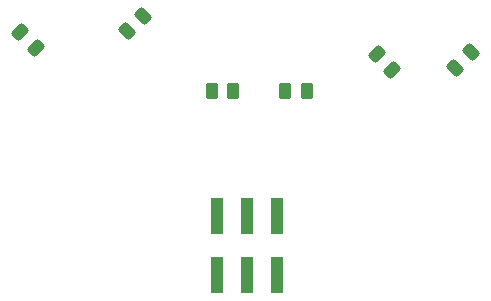
<source format=gbr>
%TF.GenerationSoftware,KiCad,Pcbnew,(6.0.5)*%
%TF.CreationDate,2022-09-12T01:39:42-06:00*%
%TF.ProjectId,MiniMageSpells,4d696e69-4d61-4676-9553-70656c6c732e,1.0*%
%TF.SameCoordinates,PX6e486c0PY7ba4d50*%
%TF.FileFunction,Paste,Bot*%
%TF.FilePolarity,Positive*%
%FSLAX46Y46*%
G04 Gerber Fmt 4.6, Leading zero omitted, Abs format (unit mm)*
G04 Created by KiCad (PCBNEW (6.0.5)) date 2022-09-12 01:39:42*
%MOMM*%
%LPD*%
G01*
G04 APERTURE LIST*
G04 Aperture macros list*
%AMRoundRect*
0 Rectangle with rounded corners*
0 $1 Rounding radius*
0 $2 $3 $4 $5 $6 $7 $8 $9 X,Y pos of 4 corners*
0 Add a 4 corners polygon primitive as box body*
4,1,4,$2,$3,$4,$5,$6,$7,$8,$9,$2,$3,0*
0 Add four circle primitives for the rounded corners*
1,1,$1+$1,$2,$3*
1,1,$1+$1,$4,$5*
1,1,$1+$1,$6,$7*
1,1,$1+$1,$8,$9*
0 Add four rect primitives between the rounded corners*
20,1,$1+$1,$2,$3,$4,$5,0*
20,1,$1+$1,$4,$5,$6,$7,0*
20,1,$1+$1,$6,$7,$8,$9,0*
20,1,$1+$1,$8,$9,$2,$3,0*%
G04 Aperture macros list end*
%ADD10R,1.000000X3.150000*%
%ADD11RoundRect,0.243750X0.494975X0.150260X0.150260X0.494975X-0.494975X-0.150260X-0.150260X-0.494975X0*%
%ADD12RoundRect,0.250000X0.262500X0.450000X-0.262500X0.450000X-0.262500X-0.450000X0.262500X-0.450000X0*%
%ADD13RoundRect,0.243750X-0.150260X0.494975X-0.494975X0.150260X0.150260X-0.494975X0.494975X-0.150260X0*%
%ADD14RoundRect,0.250000X-0.262500X-0.450000X0.262500X-0.450000X0.262500X0.450000X-0.262500X0.450000X0*%
G04 APERTURE END LIST*
D10*
%TO.C,X1*%
X16144562Y18175380D03*
X16144562Y13125380D03*
X18684562Y18175380D03*
X18684562Y13125380D03*
X21224562Y18175380D03*
X21224562Y13125380D03*
%TD*%
D11*
%TO.C,D1*%
X30982913Y30517087D03*
X29657087Y31842913D03*
%TD*%
D12*
%TO.C,R2*%
X17512500Y28710000D03*
X15687500Y28710000D03*
%TD*%
D11*
%TO.C,D3*%
X812913Y32367087D03*
X-512913Y33692913D03*
%TD*%
D13*
%TO.C,D2*%
X37610110Y32030110D03*
X36284284Y30704284D03*
%TD*%
D14*
%TO.C,R1*%
X21897500Y28690000D03*
X23722500Y28690000D03*
%TD*%
D13*
%TO.C,D4*%
X9852913Y35112913D03*
X8527087Y33787087D03*
%TD*%
M02*

</source>
